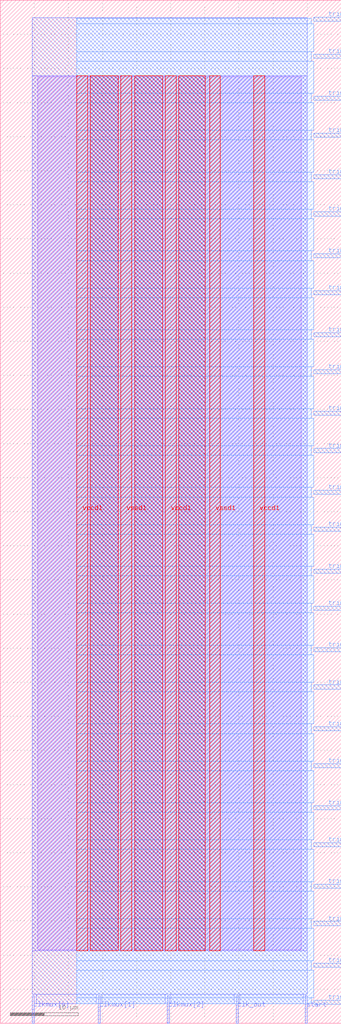
<source format=lef>
VERSION 5.7 ;
  NOWIREEXTENSIONATPIN ON ;
  DIVIDERCHAR "/" ;
  BUSBITCHARS "[]" ;
MACRO ringosc_macro
  CLASS BLOCK ;
  FOREIGN ringosc_macro ;
  ORIGIN 0.000 0.000 ;
  SIZE 50.000 BY 150.000 ;
  PIN clk_out
    DIRECTION OUTPUT TRISTATE ;
    USE SIGNAL ;
    PORT
      LAYER met2 ;
        RECT 34.590 0.000 34.870 4.000 ;
    END
  END clk_out
  PIN clkmux[0]
    DIRECTION INPUT ;
    USE SIGNAL ;
    PORT
      LAYER met2 ;
        RECT 4.690 0.000 4.970 4.000 ;
    END
  END clkmux[0]
  PIN clkmux[1]
    DIRECTION INPUT ;
    USE SIGNAL ;
    PORT
      LAYER met2 ;
        RECT 14.350 0.000 14.630 4.000 ;
    END
  END clkmux[1]
  PIN clkmux[2]
    DIRECTION INPUT ;
    USE SIGNAL ;
    PORT
      LAYER met2 ;
        RECT 24.470 0.000 24.750 4.000 ;
    END
  END clkmux[2]
  PIN start
    DIRECTION INPUT ;
    USE SIGNAL ;
    PORT
      LAYER met2 ;
        RECT 44.710 0.000 44.990 4.000 ;
    END
  END start
  PIN trim_a[0]
    DIRECTION INPUT ;
    USE SIGNAL ;
    PORT
      LAYER met3 ;
        RECT 46.000 2.760 50.000 3.360 ;
    END
  END trim_a[0]
  PIN trim_a[10]
    DIRECTION INPUT ;
    USE SIGNAL ;
    PORT
      LAYER met3 ;
        RECT 46.000 60.560 50.000 61.160 ;
    END
  END trim_a[10]
  PIN trim_a[11]
    DIRECTION INPUT ;
    USE SIGNAL ;
    PORT
      LAYER met3 ;
        RECT 46.000 66.000 50.000 66.600 ;
    END
  END trim_a[11]
  PIN trim_a[12]
    DIRECTION INPUT ;
    USE SIGNAL ;
    PORT
      LAYER met3 ;
        RECT 46.000 72.120 50.000 72.720 ;
    END
  END trim_a[12]
  PIN trim_a[13]
    DIRECTION INPUT ;
    USE SIGNAL ;
    PORT
      LAYER met3 ;
        RECT 46.000 77.560 50.000 78.160 ;
    END
  END trim_a[13]
  PIN trim_a[14]
    DIRECTION INPUT ;
    USE SIGNAL ;
    PORT
      LAYER met3 ;
        RECT 46.000 83.680 50.000 84.280 ;
    END
  END trim_a[14]
  PIN trim_a[15]
    DIRECTION INPUT ;
    USE SIGNAL ;
    PORT
      LAYER met3 ;
        RECT 46.000 89.120 50.000 89.720 ;
    END
  END trim_a[15]
  PIN trim_a[16]
    DIRECTION INPUT ;
    USE SIGNAL ;
    PORT
      LAYER met3 ;
        RECT 46.000 95.240 50.000 95.840 ;
    END
  END trim_a[16]
  PIN trim_a[17]
    DIRECTION INPUT ;
    USE SIGNAL ;
    PORT
      LAYER met3 ;
        RECT 46.000 100.680 50.000 101.280 ;
    END
  END trim_a[17]
  PIN trim_a[18]
    DIRECTION INPUT ;
    USE SIGNAL ;
    PORT
      LAYER met3 ;
        RECT 46.000 106.800 50.000 107.400 ;
    END
  END trim_a[18]
  PIN trim_a[19]
    DIRECTION INPUT ;
    USE SIGNAL ;
    PORT
      LAYER met3 ;
        RECT 46.000 112.240 50.000 112.840 ;
    END
  END trim_a[19]
  PIN trim_a[1]
    DIRECTION INPUT ;
    USE SIGNAL ;
    PORT
      LAYER met3 ;
        RECT 46.000 8.200 50.000 8.800 ;
    END
  END trim_a[1]
  PIN trim_a[20]
    DIRECTION INPUT ;
    USE SIGNAL ;
    PORT
      LAYER met3 ;
        RECT 46.000 118.360 50.000 118.960 ;
    END
  END trim_a[20]
  PIN trim_a[21]
    DIRECTION INPUT ;
    USE SIGNAL ;
    PORT
      LAYER met3 ;
        RECT 46.000 123.800 50.000 124.400 ;
    END
  END trim_a[21]
  PIN trim_a[22]
    DIRECTION INPUT ;
    USE SIGNAL ;
    PORT
      LAYER met3 ;
        RECT 46.000 129.920 50.000 130.520 ;
    END
  END trim_a[22]
  PIN trim_a[23]
    DIRECTION INPUT ;
    USE SIGNAL ;
    PORT
      LAYER met3 ;
        RECT 46.000 135.360 50.000 135.960 ;
    END
  END trim_a[23]
  PIN trim_a[24]
    DIRECTION INPUT ;
    USE SIGNAL ;
    PORT
      LAYER met3 ;
        RECT 46.000 141.480 50.000 142.080 ;
    END
  END trim_a[24]
  PIN trim_a[25]
    DIRECTION INPUT ;
    USE SIGNAL ;
    PORT
      LAYER met3 ;
        RECT 46.000 146.920 50.000 147.520 ;
    END
  END trim_a[25]
  PIN trim_a[2]
    DIRECTION INPUT ;
    USE SIGNAL ;
    PORT
      LAYER met3 ;
        RECT 46.000 14.320 50.000 14.920 ;
    END
  END trim_a[2]
  PIN trim_a[3]
    DIRECTION INPUT ;
    USE SIGNAL ;
    PORT
      LAYER met3 ;
        RECT 46.000 19.760 50.000 20.360 ;
    END
  END trim_a[3]
  PIN trim_a[4]
    DIRECTION INPUT ;
    USE SIGNAL ;
    PORT
      LAYER met3 ;
        RECT 46.000 25.880 50.000 26.480 ;
    END
  END trim_a[4]
  PIN trim_a[5]
    DIRECTION INPUT ;
    USE SIGNAL ;
    PORT
      LAYER met3 ;
        RECT 46.000 31.320 50.000 31.920 ;
    END
  END trim_a[5]
  PIN trim_a[6]
    DIRECTION INPUT ;
    USE SIGNAL ;
    PORT
      LAYER met3 ;
        RECT 46.000 37.440 50.000 38.040 ;
    END
  END trim_a[6]
  PIN trim_a[7]
    DIRECTION INPUT ;
    USE SIGNAL ;
    PORT
      LAYER met3 ;
        RECT 46.000 42.880 50.000 43.480 ;
    END
  END trim_a[7]
  PIN trim_a[8]
    DIRECTION INPUT ;
    USE SIGNAL ;
    PORT
      LAYER met3 ;
        RECT 46.000 49.000 50.000 49.600 ;
    END
  END trim_a[8]
  PIN trim_a[9]
    DIRECTION INPUT ;
    USE SIGNAL ;
    PORT
      LAYER met3 ;
        RECT 46.000 54.440 50.000 55.040 ;
    END
  END trim_a[9]
  PIN vccd1
    DIRECTION INPUT ;
    USE POWER ;
    PORT
      LAYER met4 ;
        RECT 11.215 10.640 12.815 138.960 ;
    END
    PORT
      LAYER met4 ;
        RECT 24.200 10.640 25.800 138.960 ;
    END
    PORT
      LAYER met4 ;
        RECT 37.185 10.640 38.785 138.960 ;
    END
  END vccd1
  PIN vssd1
    DIRECTION INPUT ;
    USE GROUND ;
    PORT
      LAYER met4 ;
        RECT 17.705 10.640 19.305 138.960 ;
    END
    PORT
      LAYER met4 ;
        RECT 30.690 10.640 32.290 138.960 ;
    END
  END vssd1
  OBS
      LAYER li1 ;
        RECT 5.520 10.795 44.160 138.805 ;
      LAYER met1 ;
        RECT 4.670 10.640 45.010 138.960 ;
      LAYER met2 ;
        RECT 4.700 4.280 44.980 147.405 ;
        RECT 5.250 2.875 14.070 4.280 ;
        RECT 14.910 2.875 24.190 4.280 ;
        RECT 25.030 2.875 34.310 4.280 ;
        RECT 35.150 2.875 44.430 4.280 ;
      LAYER met3 ;
        RECT 11.210 146.520 45.600 147.385 ;
        RECT 11.210 142.480 46.000 146.520 ;
        RECT 11.210 141.080 45.600 142.480 ;
        RECT 11.210 136.360 46.000 141.080 ;
        RECT 11.210 134.960 45.600 136.360 ;
        RECT 11.210 130.920 46.000 134.960 ;
        RECT 11.210 129.520 45.600 130.920 ;
        RECT 11.210 124.800 46.000 129.520 ;
        RECT 11.210 123.400 45.600 124.800 ;
        RECT 11.210 119.360 46.000 123.400 ;
        RECT 11.210 117.960 45.600 119.360 ;
        RECT 11.210 113.240 46.000 117.960 ;
        RECT 11.210 111.840 45.600 113.240 ;
        RECT 11.210 107.800 46.000 111.840 ;
        RECT 11.210 106.400 45.600 107.800 ;
        RECT 11.210 101.680 46.000 106.400 ;
        RECT 11.210 100.280 45.600 101.680 ;
        RECT 11.210 96.240 46.000 100.280 ;
        RECT 11.210 94.840 45.600 96.240 ;
        RECT 11.210 90.120 46.000 94.840 ;
        RECT 11.210 88.720 45.600 90.120 ;
        RECT 11.210 84.680 46.000 88.720 ;
        RECT 11.210 83.280 45.600 84.680 ;
        RECT 11.210 78.560 46.000 83.280 ;
        RECT 11.210 77.160 45.600 78.560 ;
        RECT 11.210 73.120 46.000 77.160 ;
        RECT 11.210 71.720 45.600 73.120 ;
        RECT 11.210 67.000 46.000 71.720 ;
        RECT 11.210 65.600 45.600 67.000 ;
        RECT 11.210 61.560 46.000 65.600 ;
        RECT 11.210 60.160 45.600 61.560 ;
        RECT 11.210 55.440 46.000 60.160 ;
        RECT 11.210 54.040 45.600 55.440 ;
        RECT 11.210 50.000 46.000 54.040 ;
        RECT 11.210 48.600 45.600 50.000 ;
        RECT 11.210 43.880 46.000 48.600 ;
        RECT 11.210 42.480 45.600 43.880 ;
        RECT 11.210 38.440 46.000 42.480 ;
        RECT 11.210 37.040 45.600 38.440 ;
        RECT 11.210 32.320 46.000 37.040 ;
        RECT 11.210 30.920 45.600 32.320 ;
        RECT 11.210 26.880 46.000 30.920 ;
        RECT 11.210 25.480 45.600 26.880 ;
        RECT 11.210 20.760 46.000 25.480 ;
        RECT 11.210 19.360 45.600 20.760 ;
        RECT 11.210 15.320 46.000 19.360 ;
        RECT 11.210 13.920 45.600 15.320 ;
        RECT 11.210 9.200 46.000 13.920 ;
        RECT 11.210 7.800 45.600 9.200 ;
        RECT 11.210 3.760 46.000 7.800 ;
        RECT 11.210 2.895 45.600 3.760 ;
      LAYER met4 ;
        RECT 13.215 10.640 17.305 138.960 ;
        RECT 19.705 10.640 23.800 138.960 ;
        RECT 26.200 10.640 30.065 138.960 ;
  END
END ringosc_macro
END LIBRARY


</source>
